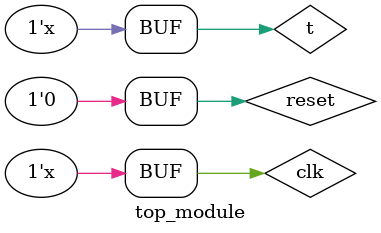
<source format=v>
module top_module ();
    
    reg clk, reset, t;
    wire q;
    
    tff I1(clk, reset, t, q);
    
    initial begin
        clk = 0;
        reset = 1;
        t = 0;
        #10 reset = 0;t=1;
    end
    
    always #5 clk = ~clk;
    always #10 t = ~t;

endmodule

</source>
